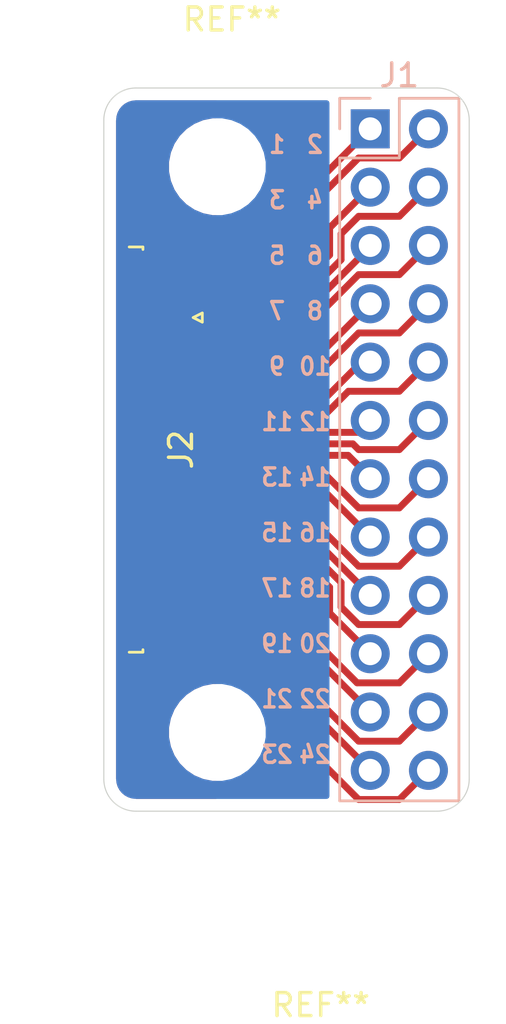
<source format=kicad_pcb>
(kicad_pcb (version 20171130) (host pcbnew "(5.1.6)-1")

  (general
    (thickness 1.6)
    (drawings 12)
    (tracks 99)
    (zones 0)
    (modules 4)
    (nets 26)
  )

  (page A4)
  (layers
    (0 F.Cu signal)
    (31 B.Cu signal)
    (32 B.Adhes user)
    (33 F.Adhes user)
    (34 B.Paste user)
    (35 F.Paste user)
    (36 B.SilkS user)
    (37 F.SilkS user)
    (38 B.Mask user)
    (39 F.Mask user)
    (40 Dwgs.User user)
    (41 Cmts.User user)
    (42 Eco1.User user)
    (43 Eco2.User user)
    (44 Edge.Cuts user)
    (45 Margin user)
    (46 B.CrtYd user)
    (47 F.CrtYd user)
    (48 B.Fab user)
    (49 F.Fab user)
  )

  (setup
    (last_trace_width 0.25)
    (user_trace_width 0.3)
    (trace_clearance 0.2)
    (zone_clearance 0.508)
    (zone_45_only no)
    (trace_min 0.2)
    (via_size 0.8)
    (via_drill 0.4)
    (via_min_size 0.4)
    (via_min_drill 0.3)
    (uvia_size 0.3)
    (uvia_drill 0.1)
    (uvias_allowed no)
    (uvia_min_size 0.2)
    (uvia_min_drill 0.1)
    (edge_width 0.05)
    (segment_width 0.2)
    (pcb_text_width 0.3)
    (pcb_text_size 1.5 1.5)
    (mod_edge_width 0.12)
    (mod_text_size 1 1)
    (mod_text_width 0.15)
    (pad_size 1.524 1.524)
    (pad_drill 0.762)
    (pad_to_mask_clearance 0.05)
    (aux_axis_origin 0 0)
    (visible_elements 7FFFFFFF)
    (pcbplotparams
      (layerselection 0x010fc_ffffffff)
      (usegerberextensions false)
      (usegerberattributes true)
      (usegerberadvancedattributes true)
      (creategerberjobfile true)
      (excludeedgelayer true)
      (linewidth 0.100000)
      (plotframeref false)
      (viasonmask false)
      (mode 1)
      (useauxorigin false)
      (hpglpennumber 1)
      (hpglpenspeed 20)
      (hpglpendiameter 15.000000)
      (psnegative false)
      (psa4output false)
      (plotreference true)
      (plotvalue true)
      (plotinvisibletext false)
      (padsonsilk false)
      (subtractmaskfromsilk false)
      (outputformat 1)
      (mirror false)
      (drillshape 1)
      (scaleselection 1)
      (outputdirectory ""))
  )

  (net 0 "")
  (net 1 "Net-(J1-Pad24)")
  (net 2 "Net-(J1-Pad23)")
  (net 3 "Net-(J1-Pad22)")
  (net 4 "Net-(J1-Pad21)")
  (net 5 "Net-(J1-Pad20)")
  (net 6 "Net-(J1-Pad19)")
  (net 7 "Net-(J1-Pad18)")
  (net 8 "Net-(J1-Pad17)")
  (net 9 "Net-(J1-Pad16)")
  (net 10 "Net-(J1-Pad15)")
  (net 11 "Net-(J1-Pad14)")
  (net 12 "Net-(J1-Pad13)")
  (net 13 "Net-(J1-Pad12)")
  (net 14 "Net-(J1-Pad11)")
  (net 15 "Net-(J1-Pad10)")
  (net 16 "Net-(J1-Pad9)")
  (net 17 "Net-(J1-Pad8)")
  (net 18 "Net-(J1-Pad7)")
  (net 19 "Net-(J1-Pad6)")
  (net 20 "Net-(J1-Pad5)")
  (net 21 "Net-(J1-Pad4)")
  (net 22 "Net-(J1-Pad3)")
  (net 23 "Net-(J1-Pad2)")
  (net 24 "Net-(J1-Pad1)")
  (net 25 GND)

  (net_class Default "This is the default net class."
    (clearance 0.2)
    (trace_width 0.25)
    (via_dia 0.8)
    (via_drill 0.4)
    (uvia_dia 0.3)
    (uvia_drill 0.1)
    (add_net GND)
    (add_net "Net-(J1-Pad1)")
    (add_net "Net-(J1-Pad10)")
    (add_net "Net-(J1-Pad11)")
    (add_net "Net-(J1-Pad12)")
    (add_net "Net-(J1-Pad13)")
    (add_net "Net-(J1-Pad14)")
    (add_net "Net-(J1-Pad15)")
    (add_net "Net-(J1-Pad16)")
    (add_net "Net-(J1-Pad17)")
    (add_net "Net-(J1-Pad18)")
    (add_net "Net-(J1-Pad19)")
    (add_net "Net-(J1-Pad2)")
    (add_net "Net-(J1-Pad20)")
    (add_net "Net-(J1-Pad21)")
    (add_net "Net-(J1-Pad22)")
    (add_net "Net-(J1-Pad23)")
    (add_net "Net-(J1-Pad24)")
    (add_net "Net-(J1-Pad3)")
    (add_net "Net-(J1-Pad4)")
    (add_net "Net-(J1-Pad5)")
    (add_net "Net-(J1-Pad6)")
    (add_net "Net-(J1-Pad7)")
    (add_net "Net-(J1-Pad8)")
    (add_net "Net-(J1-Pad9)")
  )

  (module Connector_PinHeader_2.54mm:PinHeader_2x12_P2.54mm_Vertical (layer F.Cu) (tedit 60791A47) (tstamp 6037C8CD)
    (at 142.0495 86.995)
    (descr "Through hole straight pin header, 2x12, 2.54mm pitch, double rows")
    (tags "Through hole pin header THT 2x12 2.54mm double row")
    (path /60376E02)
    (fp_text reference J1 (at 1.27 -2.33) (layer B.SilkS)
      (effects (font (size 1 1) (thickness 0.15)))
    )
    (fp_text value Conn_01x24 (at 1.27 30.27) (layer F.Fab)
      (effects (font (size 1 1) (thickness 0.15)))
    )
    (fp_line (start 0 -1.27) (end 3.81 -1.27) (layer F.Fab) (width 0.1))
    (fp_line (start 3.81 -1.27) (end 3.81 29.21) (layer F.Fab) (width 0.1))
    (fp_line (start 3.81 29.21) (end -1.27 29.21) (layer F.Fab) (width 0.1))
    (fp_line (start -1.27 29.21) (end -1.27 0) (layer F.Fab) (width 0.1))
    (fp_line (start -1.27 0) (end 0 -1.27) (layer F.Fab) (width 0.1))
    (fp_line (start -1.33 29.27) (end 3.87 29.27) (layer B.SilkS) (width 0.12))
    (fp_line (start -1.33 1.27) (end -1.33 29.27) (layer B.SilkS) (width 0.12))
    (fp_line (start 3.87 -1.33) (end 3.87 29.27) (layer B.SilkS) (width 0.12))
    (fp_line (start -1.33 1.27) (end 1.27 1.27) (layer B.SilkS) (width 0.12))
    (fp_line (start 1.27 1.27) (end 1.27 -1.33) (layer B.SilkS) (width 0.12))
    (fp_line (start 1.27 -1.33) (end 3.87 -1.33) (layer B.SilkS) (width 0.12))
    (fp_line (start -1.33 0) (end -1.33 -1.33) (layer B.SilkS) (width 0.12))
    (fp_line (start -1.33 -1.33) (end 0 -1.33) (layer B.SilkS) (width 0.12))
    (fp_line (start -1.8 -1.8) (end -1.8 29.75) (layer F.CrtYd) (width 0.05))
    (fp_line (start -1.8 29.75) (end 4.35 29.75) (layer F.CrtYd) (width 0.05))
    (fp_line (start 4.35 29.75) (end 4.35 -1.8) (layer F.CrtYd) (width 0.05))
    (fp_line (start 4.35 -1.8) (end -1.8 -1.8) (layer F.CrtYd) (width 0.05))
    (fp_text user %R (at 1.27 13.97 90) (layer F.Fab)
      (effects (font (size 1 1) (thickness 0.15)))
    )
    (pad 24 thru_hole oval (at 2.54 27.94) (size 1.7 1.7) (drill 1) (layers *.Cu *.Mask)
      (net 1 "Net-(J1-Pad24)"))
    (pad 23 thru_hole oval (at 0 27.94) (size 1.7 1.7) (drill 1) (layers *.Cu *.Mask)
      (net 2 "Net-(J1-Pad23)"))
    (pad 22 thru_hole oval (at 2.54 25.4) (size 1.7 1.7) (drill 1) (layers *.Cu *.Mask)
      (net 3 "Net-(J1-Pad22)"))
    (pad 21 thru_hole oval (at 0 25.4) (size 1.7 1.7) (drill 1) (layers *.Cu *.Mask)
      (net 4 "Net-(J1-Pad21)"))
    (pad 20 thru_hole oval (at 2.54 22.86) (size 1.7 1.7) (drill 1) (layers *.Cu *.Mask)
      (net 5 "Net-(J1-Pad20)"))
    (pad 19 thru_hole oval (at 0 22.86) (size 1.7 1.7) (drill 1) (layers *.Cu *.Mask)
      (net 6 "Net-(J1-Pad19)"))
    (pad 18 thru_hole oval (at 2.54 20.32) (size 1.7 1.7) (drill 1) (layers *.Cu *.Mask)
      (net 7 "Net-(J1-Pad18)"))
    (pad 17 thru_hole oval (at 0 20.32) (size 1.7 1.7) (drill 1) (layers *.Cu *.Mask)
      (net 8 "Net-(J1-Pad17)"))
    (pad 16 thru_hole oval (at 2.54 17.78) (size 1.7 1.7) (drill 1) (layers *.Cu *.Mask)
      (net 9 "Net-(J1-Pad16)"))
    (pad 15 thru_hole oval (at 0 17.78) (size 1.7 1.7) (drill 1) (layers *.Cu *.Mask)
      (net 10 "Net-(J1-Pad15)"))
    (pad 14 thru_hole oval (at 2.54 15.24) (size 1.7 1.7) (drill 1) (layers *.Cu *.Mask)
      (net 11 "Net-(J1-Pad14)"))
    (pad 13 thru_hole oval (at 0 15.24) (size 1.7 1.7) (drill 1) (layers *.Cu *.Mask)
      (net 12 "Net-(J1-Pad13)"))
    (pad 12 thru_hole oval (at 2.54 12.7) (size 1.7 1.7) (drill 1) (layers *.Cu *.Mask)
      (net 13 "Net-(J1-Pad12)"))
    (pad 11 thru_hole oval (at 0 12.7) (size 1.7 1.7) (drill 1) (layers *.Cu *.Mask)
      (net 14 "Net-(J1-Pad11)"))
    (pad 10 thru_hole oval (at 2.54 10.16) (size 1.7 1.7) (drill 1) (layers *.Cu *.Mask)
      (net 15 "Net-(J1-Pad10)"))
    (pad 9 thru_hole oval (at 0 10.16) (size 1.7 1.7) (drill 1) (layers *.Cu *.Mask)
      (net 16 "Net-(J1-Pad9)"))
    (pad 8 thru_hole oval (at 2.54 7.62) (size 1.7 1.7) (drill 1) (layers *.Cu *.Mask)
      (net 17 "Net-(J1-Pad8)"))
    (pad 7 thru_hole oval (at 0 7.62) (size 1.7 1.7) (drill 1) (layers *.Cu *.Mask)
      (net 18 "Net-(J1-Pad7)"))
    (pad 6 thru_hole oval (at 2.54 5.08) (size 1.7 1.7) (drill 1) (layers *.Cu *.Mask)
      (net 19 "Net-(J1-Pad6)"))
    (pad 5 thru_hole oval (at 0 5.08) (size 1.7 1.7) (drill 1) (layers *.Cu *.Mask)
      (net 20 "Net-(J1-Pad5)"))
    (pad 4 thru_hole oval (at 2.54 2.54) (size 1.7 1.7) (drill 1) (layers *.Cu *.Mask)
      (net 21 "Net-(J1-Pad4)"))
    (pad 3 thru_hole oval (at 0 2.54) (size 1.7 1.7) (drill 1) (layers *.Cu *.Mask)
      (net 22 "Net-(J1-Pad3)"))
    (pad 2 thru_hole oval (at 2.54 0) (size 1.7 1.7) (drill 1) (layers *.Cu *.Mask)
      (net 23 "Net-(J1-Pad2)"))
    (pad 1 thru_hole rect (at 0 0) (size 1.7 1.7) (drill 1) (layers *.Cu *.Mask)
      (net 24 "Net-(J1-Pad1)"))
    (model ${KISYS3DMOD}/Connector_PinHeader_2.54mm.3dshapes/PinHeader_2x12_P2.54mm_Vertical.wrl
      (at (xyz 0 0 0))
      (scale (xyz 1 1 1))
      (rotate (xyz 0 0 0))
    )
  )

  (module MountingHole:MountingHole_3.2mm_M3 (layer F.Cu) (tedit 56D1B4CB) (tstamp 6037D469)
    (at 135.382 113.284)
    (descr "Mounting Hole 3.2mm, no annular, M3")
    (tags "mounting hole 3.2mm no annular m3")
    (attr virtual)
    (fp_text reference REF** (at 4.5085 11.8745) (layer F.SilkS)
      (effects (font (size 1 1) (thickness 0.15)))
    )
    (fp_text value MountingHole_3.2mm_M3 (at 0 4.2) (layer F.Fab)
      (effects (font (size 1 1) (thickness 0.15)))
    )
    (fp_circle (center 0 0) (end 3.2 0) (layer Cmts.User) (width 0.15))
    (fp_circle (center 0 0) (end 3.45 0) (layer F.CrtYd) (width 0.05))
    (fp_text user %R (at 0.3 0) (layer F.Fab)
      (effects (font (size 1 1) (thickness 0.15)))
    )
    (pad 1 np_thru_hole circle (at 0 0) (size 3.2 3.2) (drill 3.2) (layers *.Cu *.Mask))
  )

  (module MountingHole:MountingHole_3.2mm_M3 (layer F.Cu) (tedit 56D1B4CB) (tstamp 6037D44C)
    (at 135.382 88.646)
    (descr "Mounting Hole 3.2mm, no annular, M3")
    (tags "mounting hole 3.2mm no annular m3")
    (attr virtual)
    (fp_text reference REF** (at 0.635 -6.4135) (layer F.SilkS)
      (effects (font (size 1 1) (thickness 0.15)))
    )
    (fp_text value MountingHole_3.2mm_M3 (at 0 4.2) (layer F.Fab)
      (effects (font (size 1 1) (thickness 0.15)))
    )
    (fp_circle (center 0 0) (end 3.2 0) (layer Cmts.User) (width 0.15))
    (fp_circle (center 0 0) (end 3.45 0) (layer F.CrtYd) (width 0.05))
    (fp_text user %R (at 0.3 0) (layer F.Fab)
      (effects (font (size 1 1) (thickness 0.15)))
    )
    (pad 1 np_thru_hole circle (at 0 0) (size 3.2 3.2) (drill 3.2) (layers *.Cu *.Mask))
  )

  (module Connector_FFC-FPC:TE_2-1734839-4_1x24-1MP_P0.5mm_Horizontal (layer F.Cu) (tedit 5DB5C65C) (tstamp 6037D1E0)
    (at 134.1755 100.965 270)
    (descr "TE FPC connector, 24 top-side contacts, 0.5mm pitch, SMT, https://www.te.com/commerce/DocumentDelivery/DDEController?Action=showdoc&DocId=Customer+Drawing%7F1734839%7FC%7Fpdf%7FEnglish%7FENG_CD_1734839_C_C_1734839.pdf%7F4-1734839-0")
    (tags "te fpc 1734839")
    (path /60376446)
    (attr smd)
    (fp_text reference J2 (at 0 0.381 90) (layer F.SilkS)
      (effects (font (size 1 1) (thickness 0.15)))
    )
    (fp_text value Conn_01x24_MountingPin (at 0 3.25 90) (layer Dwgs.User)
      (effects (font (size 0.5 0.5) (thickness 0.08)))
    )
    (fp_line (start -8.06 -0.65) (end 8.06 -0.65) (layer F.Fab) (width 0.1))
    (fp_line (start 8.06 -0.65) (end 8.06 2.15) (layer F.Fab) (width 0.1))
    (fp_line (start 8.06 2.15) (end 8.715 2.15) (layer F.Fab) (width 0.1))
    (fp_line (start 8.715 2.15) (end 8.715 3.75) (layer F.Fab) (width 0.1))
    (fp_line (start 8.715 3.75) (end -8.715 3.75) (layer F.Fab) (width 0.1))
    (fp_line (start -8.715 3.75) (end -8.715 2.15) (layer F.Fab) (width 0.1))
    (fp_line (start -8.715 2.15) (end -8.06 2.15) (layer F.Fab) (width 0.1))
    (fp_line (start -8.06 2.15) (end -8.06 -0.65) (layer F.Fab) (width 0.1))
    (fp_line (start -6.15 -0.65) (end -5.75 0.15) (layer F.Fab) (width 0.1))
    (fp_line (start -5.75 0.15) (end -5.35 -0.65) (layer F.Fab) (width 0.1))
    (fp_line (start -8.715 2.04) (end -8.825 2.04) (layer F.SilkS) (width 0.12))
    (fp_line (start -8.825 2.04) (end -8.825 2.64) (layer F.SilkS) (width 0.12))
    (fp_line (start 8.715 2.04) (end 8.825 2.04) (layer F.SilkS) (width 0.12))
    (fp_line (start 8.825 2.04) (end 8.825 2.64) (layer F.SilkS) (width 0.12))
    (fp_line (start -5.95 -0.55) (end -5.75 -0.15) (layer F.SilkS) (width 0.12))
    (fp_line (start -5.75 -0.15) (end -5.55 -0.55) (layer F.SilkS) (width 0.12))
    (fp_line (start -5.55 -0.55) (end -5.95 -0.55) (layer F.SilkS) (width 0.12))
    (fp_line (start 8.605 2.75) (end -8.605 2.75) (layer Dwgs.User) (width 0.1))
    (fp_line (start -9.22 -2.4) (end -9.22 4.25) (layer F.CrtYd) (width 0.05))
    (fp_line (start -9.22 4.25) (end 9.22 4.25) (layer F.CrtYd) (width 0.05))
    (fp_line (start 9.22 4.25) (end 9.22 -2.4) (layer F.CrtYd) (width 0.05))
    (fp_line (start 9.22 -2.4) (end -9.22 -2.4) (layer F.CrtYd) (width 0.05))
    (fp_text user %R (at 0 1.55 90) (layer F.Fab)
      (effects (font (size 1 1) (thickness 0.15)))
    )
    (pad MP smd rect (at 7.42 0.35 270) (size 2.3 3.1) (layers F.Cu F.Paste F.Mask)
      (net 25 GND))
    (pad MP smd rect (at -7.42 0.35 270) (size 2.3 3.1) (layers F.Cu F.Paste F.Mask)
      (net 25 GND))
    (pad 24 smd rect (at 5.75 -1.35 270) (size 0.3 1.1) (layers F.Cu F.Paste F.Mask)
      (net 1 "Net-(J1-Pad24)"))
    (pad 23 smd rect (at 5.25 -1.35 270) (size 0.3 1.1) (layers F.Cu F.Paste F.Mask)
      (net 2 "Net-(J1-Pad23)"))
    (pad 22 smd rect (at 4.75 -1.35 270) (size 0.3 1.1) (layers F.Cu F.Paste F.Mask)
      (net 3 "Net-(J1-Pad22)"))
    (pad 21 smd rect (at 4.25 -1.35 270) (size 0.3 1.1) (layers F.Cu F.Paste F.Mask)
      (net 4 "Net-(J1-Pad21)"))
    (pad 20 smd rect (at 3.75 -1.35 270) (size 0.3 1.1) (layers F.Cu F.Paste F.Mask)
      (net 5 "Net-(J1-Pad20)"))
    (pad 19 smd rect (at 3.25 -1.35 270) (size 0.3 1.1) (layers F.Cu F.Paste F.Mask)
      (net 6 "Net-(J1-Pad19)"))
    (pad 18 smd rect (at 2.75 -1.35 270) (size 0.3 1.1) (layers F.Cu F.Paste F.Mask)
      (net 7 "Net-(J1-Pad18)"))
    (pad 17 smd rect (at 2.25 -1.35 270) (size 0.3 1.1) (layers F.Cu F.Paste F.Mask)
      (net 8 "Net-(J1-Pad17)"))
    (pad 16 smd rect (at 1.75 -1.35 270) (size 0.3 1.1) (layers F.Cu F.Paste F.Mask)
      (net 9 "Net-(J1-Pad16)"))
    (pad 15 smd rect (at 1.25 -1.35 270) (size 0.3 1.1) (layers F.Cu F.Paste F.Mask)
      (net 10 "Net-(J1-Pad15)"))
    (pad 14 smd rect (at 0.75 -1.35 270) (size 0.3 1.1) (layers F.Cu F.Paste F.Mask)
      (net 11 "Net-(J1-Pad14)"))
    (pad 13 smd rect (at 0.25 -1.35 270) (size 0.3 1.1) (layers F.Cu F.Paste F.Mask)
      (net 12 "Net-(J1-Pad13)"))
    (pad 12 smd rect (at -0.25 -1.35 270) (size 0.3 1.1) (layers F.Cu F.Paste F.Mask)
      (net 13 "Net-(J1-Pad12)"))
    (pad 11 smd rect (at -0.75 -1.35 270) (size 0.3 1.1) (layers F.Cu F.Paste F.Mask)
      (net 14 "Net-(J1-Pad11)"))
    (pad 10 smd rect (at -1.25 -1.35 270) (size 0.3 1.1) (layers F.Cu F.Paste F.Mask)
      (net 15 "Net-(J1-Pad10)"))
    (pad 9 smd rect (at -1.75 -1.35 270) (size 0.3 1.1) (layers F.Cu F.Paste F.Mask)
      (net 16 "Net-(J1-Pad9)"))
    (pad 8 smd rect (at -2.25 -1.35 270) (size 0.3 1.1) (layers F.Cu F.Paste F.Mask)
      (net 17 "Net-(J1-Pad8)"))
    (pad 7 smd rect (at -2.75 -1.35 270) (size 0.3 1.1) (layers F.Cu F.Paste F.Mask)
      (net 18 "Net-(J1-Pad7)"))
    (pad 6 smd rect (at -3.25 -1.35 270) (size 0.3 1.1) (layers F.Cu F.Paste F.Mask)
      (net 19 "Net-(J1-Pad6)"))
    (pad 5 smd rect (at -3.75 -1.35 270) (size 0.3 1.1) (layers F.Cu F.Paste F.Mask)
      (net 20 "Net-(J1-Pad5)"))
    (pad 4 smd rect (at -4.25 -1.35 270) (size 0.3 1.1) (layers F.Cu F.Paste F.Mask)
      (net 21 "Net-(J1-Pad4)"))
    (pad 3 smd rect (at -4.75 -1.35 270) (size 0.3 1.1) (layers F.Cu F.Paste F.Mask)
      (net 22 "Net-(J1-Pad3)"))
    (pad 2 smd rect (at -5.25 -1.35 270) (size 0.3 1.1) (layers F.Cu F.Paste F.Mask)
      (net 23 "Net-(J1-Pad2)"))
    (pad 1 smd rect (at -5.75 -1.35 270) (size 0.3 1.1) (layers F.Cu F.Paste F.Mask)
      (net 24 "Net-(J1-Pad1)"))
    (model ${KISYS3DMOD}/Connector_FFC-FPC.3dshapes/TE_2-1734839-4_1x24-1MP_P0.5mm_Horizontal.wrl
      (at (xyz 0 0 0))
      (scale (xyz 1 1 1))
      (rotate (xyz 0 0 0))
    )
  )

  (gr_text SdtElectronics (at 135.382 100.965 90) (layer B.Mask) (tstamp 6037D63F)
    (effects (font (size 1.5 1.5) (thickness 0.3)) (justify mirror))
  )
  (gr_text "2\n\n4\n\n6\n\n8\n\n10\n\n12\n\n14\n\n16\n\n18\n\n20\n\n22\n\n24" (at 139.6365 100.965) (layer B.SilkS) (tstamp 6037D476)
    (effects (font (size 0.75 0.7) (thickness 0.15)) (justify mirror))
  )
  (gr_text "1\n\n3\n\n5\n\n7\n\n9\n\n11\n\n13\n\n15\n\n17\n\n19\n\n21\n\n23" (at 137.9855 100.965) (layer B.SilkS) (tstamp 607919AD)
    (effects (font (size 0.75 0.7) (thickness 0.15)) (justify mirror))
  )
  (gr_text SdtElectronics (at 135.382 100.965 90) (layer B.Paste)
    (effects (font (size 1.5 1.5) (thickness 0.3)) (justify mirror))
  )
  (gr_line (start 144.9705 85.217) (end 131.826 85.217) (layer Edge.Cuts) (width 0.05) (tstamp 6037D2CA))
  (gr_arc (start 131.826 86.614) (end 131.826 85.217) (angle -90) (layer Edge.Cuts) (width 0.05) (tstamp 6037D2C9))
  (gr_line (start 130.429 115.316) (end 130.429 86.614) (layer Edge.Cuts) (width 0.05) (tstamp 6037D2C5))
  (gr_line (start 131.826 116.713) (end 144.9705 116.713) (layer Edge.Cuts) (width 0.05) (tstamp 6037D2C3))
  (gr_arc (start 131.826 115.316) (end 130.429 115.316) (angle -90) (layer Edge.Cuts) (width 0.05) (tstamp 6037D2BB))
  (gr_line (start 146.3675 115.316) (end 146.3675 86.614) (layer Edge.Cuts) (width 0.05) (tstamp 6037D2B8))
  (gr_arc (start 144.9705 115.316) (end 144.9705 116.713) (angle -90) (layer Edge.Cuts) (width 0.05) (tstamp 60376915))
  (gr_arc (start 144.9705 86.614) (end 146.3675 86.614) (angle -90) (layer Edge.Cuts) (width 0.05) (tstamp 60376915))

  (segment (start 143.3195 116.205) (end 144.5895 114.935) (width 0.3) (layer F.Cu) (net 1))
  (segment (start 136.4965 106.715) (end 137.77944 107.99794) (width 0.3) (layer F.Cu) (net 1))
  (segment (start 135.5255 106.715) (end 136.4965 106.715) (width 0.3) (layer F.Cu) (net 1))
  (segment (start 137.77944 107.99794) (end 137.77944 112.440942) (width 0.3) (layer F.Cu) (net 1))
  (segment (start 137.77944 112.440942) (end 141.543498 116.205) (width 0.3) (layer F.Cu) (net 1))
  (segment (start 141.543498 116.205) (end 143.3195 116.205) (width 0.3) (layer F.Cu) (net 1))
  (segment (start 135.5255 106.215) (end 136.70678 106.215) (width 0.3) (layer F.Cu) (net 2))
  (segment (start 138.27945 111.16495) (end 142.0495 114.935) (width 0.3) (layer F.Cu) (net 2))
  (segment (start 138.27945 107.78767) (end 138.27945 111.16495) (width 0.3) (layer F.Cu) (net 2))
  (segment (start 136.70678 106.215) (end 138.27945 107.78767) (width 0.3) (layer F.Cu) (net 2))
  (segment (start 135.5255 105.715) (end 136.9139 105.715) (width 0.3) (layer F.Cu) (net 3))
  (segment (start 138.77946 110.900962) (end 141.543498 113.665) (width 0.3) (layer F.Cu) (net 3))
  (segment (start 136.9139 105.715) (end 138.77946 107.58056) (width 0.3) (layer F.Cu) (net 3))
  (segment (start 138.77946 107.58056) (end 138.77946 110.900962) (width 0.3) (layer F.Cu) (net 3))
  (segment (start 143.3195 113.665) (end 144.5895 112.395) (width 0.3) (layer F.Cu) (net 3))
  (segment (start 141.543498 113.665) (end 143.3195 113.665) (width 0.3) (layer F.Cu) (net 3))
  (segment (start 135.5255 105.215) (end 137.12102 105.215) (width 0.3) (layer F.Cu) (net 4))
  (segment (start 142.04088 112.395) (end 142.0495 112.395) (width 0.3) (layer F.Cu) (net 4))
  (segment (start 139.27947 109.63359) (end 142.04088 112.395) (width 0.3) (layer F.Cu) (net 4))
  (segment (start 139.27947 107.37345) (end 139.27947 109.63359) (width 0.3) (layer F.Cu) (net 4))
  (segment (start 137.12102 105.215) (end 139.27947 107.37345) (width 0.3) (layer F.Cu) (net 4))
  (segment (start 135.5255 104.715) (end 137.32814 104.715) (width 0.3) (layer F.Cu) (net 5))
  (segment (start 139.77948 109.42648) (end 141.478 111.125) (width 0.3) (layer F.Cu) (net 5))
  (segment (start 137.32814 104.715) (end 139.77948 107.16634) (width 0.3) (layer F.Cu) (net 5))
  (segment (start 139.77948 107.16634) (end 139.77948 109.42648) (width 0.3) (layer F.Cu) (net 5))
  (segment (start 143.3195 111.125) (end 144.5895 109.855) (width 0.3) (layer F.Cu) (net 5))
  (segment (start 141.478 111.125) (end 143.3195 111.125) (width 0.3) (layer F.Cu) (net 5))
  (segment (start 135.5255 104.215) (end 137.53526 104.215) (width 0.3) (layer F.Cu) (net 6))
  (segment (start 140.27949 108.08499) (end 142.0495 109.855) (width 0.3) (layer F.Cu) (net 6))
  (segment (start 140.27949 106.95923) (end 140.27949 108.08499) (width 0.3) (layer F.Cu) (net 6))
  (segment (start 137.53526 104.215) (end 140.27949 106.95923) (width 0.3) (layer F.Cu) (net 6))
  (segment (start 143.3195 108.585) (end 144.5895 107.315) (width 0.3) (layer F.Cu) (net 7))
  (segment (start 137.74238 103.715) (end 140.7795 106.75212) (width 0.3) (layer F.Cu) (net 7))
  (segment (start 135.5255 103.715) (end 137.74238 103.715) (width 0.3) (layer F.Cu) (net 7))
  (segment (start 141.543498 108.585) (end 143.3195 108.585) (width 0.3) (layer F.Cu) (net 7))
  (segment (start 140.7795 106.75212) (end 140.7795 107.821002) (width 0.3) (layer F.Cu) (net 7))
  (segment (start 140.7795 107.821002) (end 141.543498 108.585) (width 0.3) (layer F.Cu) (net 7))
  (segment (start 137.9495 103.215) (end 142.0495 107.315) (width 0.3) (layer F.Cu) (net 8))
  (segment (start 135.5255 103.215) (end 137.9495 103.215) (width 0.3) (layer F.Cu) (net 8))
  (segment (start 138.213498 102.715) (end 141.543498 106.045) (width 0.3) (layer F.Cu) (net 9))
  (segment (start 135.5255 102.715) (end 138.213498 102.715) (width 0.3) (layer F.Cu) (net 9))
  (segment (start 143.3195 106.045) (end 144.5895 104.775) (width 0.3) (layer F.Cu) (net 9))
  (segment (start 141.543498 106.045) (end 143.3195 106.045) (width 0.3) (layer F.Cu) (net 9))
  (segment (start 139.4895 102.215) (end 142.0495 104.775) (width 0.3) (layer F.Cu) (net 10))
  (segment (start 135.5255 102.215) (end 139.4895 102.215) (width 0.3) (layer F.Cu) (net 10))
  (segment (start 141.543498 103.505) (end 143.3195 103.505) (width 0.3) (layer F.Cu) (net 11))
  (segment (start 135.5255 101.715) (end 139.753498 101.715) (width 0.3) (layer F.Cu) (net 11))
  (segment (start 143.3195 103.505) (end 144.5895 102.235) (width 0.3) (layer F.Cu) (net 11))
  (segment (start 139.753498 101.715) (end 141.543498 103.505) (width 0.3) (layer F.Cu) (net 11))
  (segment (start 142.0495 102.178122) (end 142.0495 102.235) (width 0.3) (layer F.Cu) (net 12))
  (segment (start 141.086378 101.215) (end 142.0495 102.178122) (width 0.3) (layer F.Cu) (net 12))
  (segment (start 135.5255 101.215) (end 141.086378 101.215) (width 0.3) (layer F.Cu) (net 12))
  (segment (start 143.3195 100.965) (end 144.5895 99.695) (width 0.3) (layer F.Cu) (net 13))
  (segment (start 141.543498 100.965) (end 143.3195 100.965) (width 0.3) (layer F.Cu) (net 13))
  (segment (start 135.5255 100.715) (end 141.293498 100.715) (width 0.3) (layer F.Cu) (net 13))
  (segment (start 141.293498 100.715) (end 141.543498 100.965) (width 0.3) (layer F.Cu) (net 13))
  (segment (start 141.5295 100.215) (end 142.0495 99.695) (width 0.3) (layer F.Cu) (net 14))
  (segment (start 135.5255 100.215) (end 141.5295 100.215) (width 0.3) (layer F.Cu) (net 14))
  (segment (start 143.3195 98.425) (end 144.5895 97.155) (width 0.3) (layer F.Cu) (net 15))
  (segment (start 135.5255 99.715) (end 139.807 99.715) (width 0.3) (layer F.Cu) (net 15))
  (segment (start 141.097 98.425) (end 143.3195 98.425) (width 0.3) (layer F.Cu) (net 15))
  (segment (start 139.807 99.715) (end 141.097 98.425) (width 0.3) (layer F.Cu) (net 15))
  (segment (start 141.65988 97.155) (end 142.0495 97.155) (width 0.3) (layer F.Cu) (net 16))
  (segment (start 135.5255 99.215) (end 139.59988 99.215) (width 0.3) (layer F.Cu) (net 16))
  (segment (start 139.59988 99.215) (end 141.65988 97.155) (width 0.3) (layer F.Cu) (net 16))
  (segment (start 143.3195 95.885) (end 144.5895 94.615) (width 0.3) (layer F.Cu) (net 17))
  (segment (start 141.543498 95.885) (end 143.3195 95.885) (width 0.3) (layer F.Cu) (net 17))
  (segment (start 135.5255 98.715) (end 138.713498 98.715) (width 0.3) (layer F.Cu) (net 17))
  (segment (start 138.713498 98.715) (end 141.543498 95.885) (width 0.3) (layer F.Cu) (net 17))
  (segment (start 138.4495 98.215) (end 142.0495 94.615) (width 0.3) (layer F.Cu) (net 18))
  (segment (start 135.5255 98.215) (end 138.4495 98.215) (width 0.3) (layer F.Cu) (net 18))
  (segment (start 135.5255 97.715) (end 137.173498 97.715) (width 0.3) (layer F.Cu) (net 19))
  (segment (start 143.3195 93.345) (end 144.5895 92.075) (width 0.3) (layer F.Cu) (net 19))
  (segment (start 141.543498 93.345) (end 143.3195 93.345) (width 0.3) (layer F.Cu) (net 19))
  (segment (start 137.173498 97.715) (end 141.543498 93.345) (width 0.3) (layer F.Cu) (net 19))
  (segment (start 142.0495 92.131878) (end 142.0495 92.075) (width 0.3) (layer F.Cu) (net 20))
  (segment (start 135.5255 97.215) (end 136.966378 97.215) (width 0.3) (layer F.Cu) (net 20))
  (segment (start 136.966378 97.215) (end 142.0495 92.131878) (width 0.3) (layer F.Cu) (net 20))
  (segment (start 143.3195 90.805) (end 144.5895 89.535) (width 0.3) (layer F.Cu) (net 21))
  (segment (start 136.759258 96.715) (end 140.7795 92.694758) (width 0.3) (layer F.Cu) (net 21))
  (segment (start 135.5255 96.715) (end 136.759258 96.715) (width 0.3) (layer F.Cu) (net 21))
  (segment (start 140.7795 92.694758) (end 140.7795 91.568998) (width 0.3) (layer F.Cu) (net 21))
  (segment (start 140.7795 91.568998) (end 141.543498 90.805) (width 0.3) (layer F.Cu) (net 21))
  (segment (start 141.543498 90.805) (end 143.3195 90.805) (width 0.3) (layer F.Cu) (net 21))
  (segment (start 142.0495 89.591878) (end 142.0495 89.535) (width 0.3) (layer F.Cu) (net 22))
  (segment (start 140.27949 91.30501) (end 142.0495 89.535) (width 0.3) (layer F.Cu) (net 22))
  (segment (start 140.27949 92.487648) (end 140.27949 91.30501) (width 0.3) (layer F.Cu) (net 22))
  (segment (start 135.5255 96.215) (end 136.552138 96.215) (width 0.3) (layer F.Cu) (net 22))
  (segment (start 136.552138 96.215) (end 140.27949 92.487648) (width 0.3) (layer F.Cu) (net 22))
  (segment (start 143.3195 88.265) (end 144.5895 86.995) (width 0.3) (layer F.Cu) (net 23))
  (segment (start 136.345018 95.715) (end 139.77948 92.280538) (width 0.3) (layer F.Cu) (net 23))
  (segment (start 135.5255 95.715) (end 136.345018 95.715) (width 0.3) (layer F.Cu) (net 23))
  (segment (start 139.77948 92.280538) (end 139.77948 90.02702) (width 0.3) (layer F.Cu) (net 23))
  (segment (start 139.77948 90.02702) (end 141.5415 88.265) (width 0.3) (layer F.Cu) (net 23))
  (segment (start 141.5415 88.265) (end 143.3195 88.265) (width 0.3) (layer F.Cu) (net 23))
  (segment (start 139.27947 89.76503) (end 142.0495 86.995) (width 0.3) (layer F.Cu) (net 24))
  (segment (start 135.5255 95.215) (end 136.137898 95.215) (width 0.3) (layer F.Cu) (net 24))
  (segment (start 139.27947 92.073428) (end 139.27947 89.76503) (width 0.3) (layer F.Cu) (net 24))
  (segment (start 136.137898 95.215) (end 139.27947 92.073428) (width 0.3) (layer F.Cu) (net 24))

  (zone (net 0) (net_name "") (layer B.Cu) (tstamp 0) (hatch edge 0.508)
    (connect_pads (clearance 0.508))
    (min_thickness 0.254)
    (fill yes (arc_segments 32) (thermal_gap 0.508) (thermal_bridge_width 0.508))
    (polygon
      (pts
        (xy 140.2715 116.713) (xy 130.429 116.713) (xy 130.429 85.217) (xy 140.2715 85.217)
      )
    )
    (filled_polygon
      (pts
        (xy 140.1445 116.053) (xy 131.858279 116.053) (xy 131.683463 116.035859) (xy 131.546355 115.994464) (xy 131.419905 115.927229)
        (xy 131.308914 115.836707) (xy 131.217623 115.726354) (xy 131.149503 115.600371) (xy 131.107154 115.463563) (xy 131.089 115.290836)
        (xy 131.089 113.063872) (xy 133.147 113.063872) (xy 133.147 113.504128) (xy 133.23289 113.935925) (xy 133.401369 114.342669)
        (xy 133.645962 114.708729) (xy 133.957271 115.020038) (xy 134.323331 115.264631) (xy 134.730075 115.43311) (xy 135.161872 115.519)
        (xy 135.602128 115.519) (xy 136.033925 115.43311) (xy 136.440669 115.264631) (xy 136.806729 115.020038) (xy 137.118038 114.708729)
        (xy 137.362631 114.342669) (xy 137.53111 113.935925) (xy 137.617 113.504128) (xy 137.617 113.063872) (xy 137.53111 112.632075)
        (xy 137.362631 112.225331) (xy 137.118038 111.859271) (xy 136.806729 111.547962) (xy 136.440669 111.303369) (xy 136.033925 111.13489)
        (xy 135.602128 111.049) (xy 135.161872 111.049) (xy 134.730075 111.13489) (xy 134.323331 111.303369) (xy 133.957271 111.547962)
        (xy 133.645962 111.859271) (xy 133.401369 112.225331) (xy 133.23289 112.632075) (xy 133.147 113.063872) (xy 131.089 113.063872)
        (xy 131.089 88.425872) (xy 133.147 88.425872) (xy 133.147 88.866128) (xy 133.23289 89.297925) (xy 133.401369 89.704669)
        (xy 133.645962 90.070729) (xy 133.957271 90.382038) (xy 134.323331 90.626631) (xy 134.730075 90.79511) (xy 135.161872 90.881)
        (xy 135.602128 90.881) (xy 136.033925 90.79511) (xy 136.440669 90.626631) (xy 136.806729 90.382038) (xy 137.118038 90.070729)
        (xy 137.362631 89.704669) (xy 137.53111 89.297925) (xy 137.617 88.866128) (xy 137.617 88.425872) (xy 137.53111 87.994075)
        (xy 137.362631 87.587331) (xy 137.118038 87.221271) (xy 136.806729 86.909962) (xy 136.440669 86.665369) (xy 136.033925 86.49689)
        (xy 135.602128 86.411) (xy 135.161872 86.411) (xy 134.730075 86.49689) (xy 134.323331 86.665369) (xy 133.957271 86.909962)
        (xy 133.645962 87.221271) (xy 133.401369 87.587331) (xy 133.23289 87.994075) (xy 133.147 88.425872) (xy 131.089 88.425872)
        (xy 131.089 86.64628) (xy 131.106141 86.471463) (xy 131.147536 86.334356) (xy 131.214771 86.207905) (xy 131.305293 86.096914)
        (xy 131.415648 86.005622) (xy 131.54163 85.937503) (xy 131.678442 85.895153) (xy 131.851155 85.877) (xy 140.1445 85.877)
      )
    )
  )
  (zone (net 25) (net_name GND) (layer F.Cu) (tstamp 6037D620) (hatch edge 0.508)
    (connect_pads (clearance 0.508))
    (min_thickness 0.254)
    (fill yes (arc_segments 32) (thermal_gap 0.508) (thermal_bridge_width 0.508))
    (polygon
      (pts
        (xy 135.4455 116.713) (xy 130.429 116.713) (xy 130.429 85.217) (xy 135.4455 85.217)
      )
    )
    (filled_polygon
      (pts
        (xy 135.3185 86.411) (xy 135.161872 86.411) (xy 134.730075 86.49689) (xy 134.323331 86.665369) (xy 133.957271 86.909962)
        (xy 133.645962 87.221271) (xy 133.401369 87.587331) (xy 133.23289 87.994075) (xy 133.147 88.425872) (xy 133.147 88.866128)
        (xy 133.23289 89.297925) (xy 133.401369 89.704669) (xy 133.645962 90.070729) (xy 133.957271 90.382038) (xy 134.323331 90.626631)
        (xy 134.730075 90.79511) (xy 135.161872 90.881) (xy 135.3185 90.881) (xy 135.3185 91.757067) (xy 134.11125 91.76)
        (xy 133.9525 91.91875) (xy 133.9525 93.418) (xy 133.9725 93.418) (xy 133.9725 93.672) (xy 133.9525 93.672)
        (xy 133.9525 95.17125) (xy 134.11125 95.33) (xy 134.337428 95.33055) (xy 134.337428 95.365) (xy 134.347277 95.465)
        (xy 134.337428 95.565) (xy 134.337428 95.865) (xy 134.347277 95.965) (xy 134.337428 96.065) (xy 134.337428 96.365)
        (xy 134.347277 96.465) (xy 134.337428 96.565) (xy 134.337428 96.865) (xy 134.347277 96.965) (xy 134.337428 97.065)
        (xy 134.337428 97.365) (xy 134.347277 97.465) (xy 134.337428 97.565) (xy 134.337428 97.865) (xy 134.347277 97.965)
        (xy 134.337428 98.065) (xy 134.337428 98.365) (xy 134.347277 98.465) (xy 134.337428 98.565) (xy 134.337428 98.865)
        (xy 134.347277 98.965) (xy 134.337428 99.065) (xy 134.337428 99.365) (xy 134.347277 99.465) (xy 134.337428 99.565)
        (xy 134.337428 99.865) (xy 134.347277 99.965) (xy 134.337428 100.065) (xy 134.337428 100.365) (xy 134.347277 100.465)
        (xy 134.337428 100.565) (xy 134.337428 100.865) (xy 134.347277 100.965) (xy 134.337428 101.065) (xy 134.337428 101.365)
        (xy 134.347277 101.465) (xy 134.337428 101.565) (xy 134.337428 101.865) (xy 134.347277 101.965) (xy 134.337428 102.065)
        (xy 134.337428 102.365) (xy 134.347277 102.465) (xy 134.337428 102.565) (xy 134.337428 102.865) (xy 134.347277 102.965)
        (xy 134.337428 103.065) (xy 134.337428 103.365) (xy 134.347277 103.465) (xy 134.337428 103.565) (xy 134.337428 103.865)
        (xy 134.347277 103.965) (xy 134.337428 104.065) (xy 134.337428 104.365) (xy 134.347277 104.465) (xy 134.337428 104.565)
        (xy 134.337428 104.865) (xy 134.347277 104.965) (xy 134.337428 105.065) (xy 134.337428 105.365) (xy 134.347277 105.465)
        (xy 134.337428 105.565) (xy 134.337428 105.865) (xy 134.347277 105.965) (xy 134.337428 106.065) (xy 134.337428 106.365)
        (xy 134.347277 106.465) (xy 134.337428 106.565) (xy 134.337428 106.59945) (xy 134.11125 106.6) (xy 133.9525 106.75875)
        (xy 133.9525 108.258) (xy 133.9725 108.258) (xy 133.9725 108.512) (xy 133.9525 108.512) (xy 133.9525 110.01125)
        (xy 134.11125 110.17) (xy 135.3185 110.172933) (xy 135.3185 111.049) (xy 135.161872 111.049) (xy 134.730075 111.13489)
        (xy 134.323331 111.303369) (xy 133.957271 111.547962) (xy 133.645962 111.859271) (xy 133.401369 112.225331) (xy 133.23289 112.632075)
        (xy 133.147 113.063872) (xy 133.147 113.504128) (xy 133.23289 113.935925) (xy 133.401369 114.342669) (xy 133.645962 114.708729)
        (xy 133.957271 115.020038) (xy 134.323331 115.264631) (xy 134.730075 115.43311) (xy 135.161872 115.519) (xy 135.3185 115.519)
        (xy 135.3185 116.053) (xy 131.858279 116.053) (xy 131.683463 116.035859) (xy 131.546355 115.994464) (xy 131.419905 115.927229)
        (xy 131.308914 115.836707) (xy 131.217623 115.726354) (xy 131.149503 115.600371) (xy 131.107154 115.463563) (xy 131.089 115.290836)
        (xy 131.089 109.535) (xy 131.637428 109.535) (xy 131.649688 109.659482) (xy 131.685998 109.77918) (xy 131.744963 109.889494)
        (xy 131.824315 109.986185) (xy 131.921006 110.065537) (xy 132.03132 110.124502) (xy 132.151018 110.160812) (xy 132.2755 110.173072)
        (xy 133.53975 110.17) (xy 133.6985 110.01125) (xy 133.6985 108.512) (xy 131.79925 108.512) (xy 131.6405 108.67075)
        (xy 131.637428 109.535) (xy 131.089 109.535) (xy 131.089 107.235) (xy 131.637428 107.235) (xy 131.6405 108.09925)
        (xy 131.79925 108.258) (xy 133.6985 108.258) (xy 133.6985 106.75875) (xy 133.53975 106.6) (xy 132.2755 106.596928)
        (xy 132.151018 106.609188) (xy 132.03132 106.645498) (xy 131.921006 106.704463) (xy 131.824315 106.783815) (xy 131.744963 106.880506)
        (xy 131.685998 106.99082) (xy 131.649688 107.110518) (xy 131.637428 107.235) (xy 131.089 107.235) (xy 131.089 94.695)
        (xy 131.637428 94.695) (xy 131.649688 94.819482) (xy 131.685998 94.93918) (xy 131.744963 95.049494) (xy 131.824315 95.146185)
        (xy 131.921006 95.225537) (xy 132.03132 95.284502) (xy 132.151018 95.320812) (xy 132.2755 95.333072) (xy 133.53975 95.33)
        (xy 133.6985 95.17125) (xy 133.6985 93.672) (xy 131.79925 93.672) (xy 131.6405 93.83075) (xy 131.637428 94.695)
        (xy 131.089 94.695) (xy 131.089 92.395) (xy 131.637428 92.395) (xy 131.6405 93.25925) (xy 131.79925 93.418)
        (xy 133.6985 93.418) (xy 133.6985 91.91875) (xy 133.53975 91.76) (xy 132.2755 91.756928) (xy 132.151018 91.769188)
        (xy 132.03132 91.805498) (xy 131.921006 91.864463) (xy 131.824315 91.943815) (xy 131.744963 92.040506) (xy 131.685998 92.15082)
        (xy 131.649688 92.270518) (xy 131.637428 92.395) (xy 131.089 92.395) (xy 131.089 86.64628) (xy 131.106141 86.471463)
        (xy 131.147536 86.334356) (xy 131.214771 86.207905) (xy 131.305293 86.096914) (xy 131.415648 86.005622) (xy 131.54163 85.937503)
        (xy 131.678442 85.895153) (xy 131.851155 85.877) (xy 135.3185 85.877)
      )
    )
  )
)

</source>
